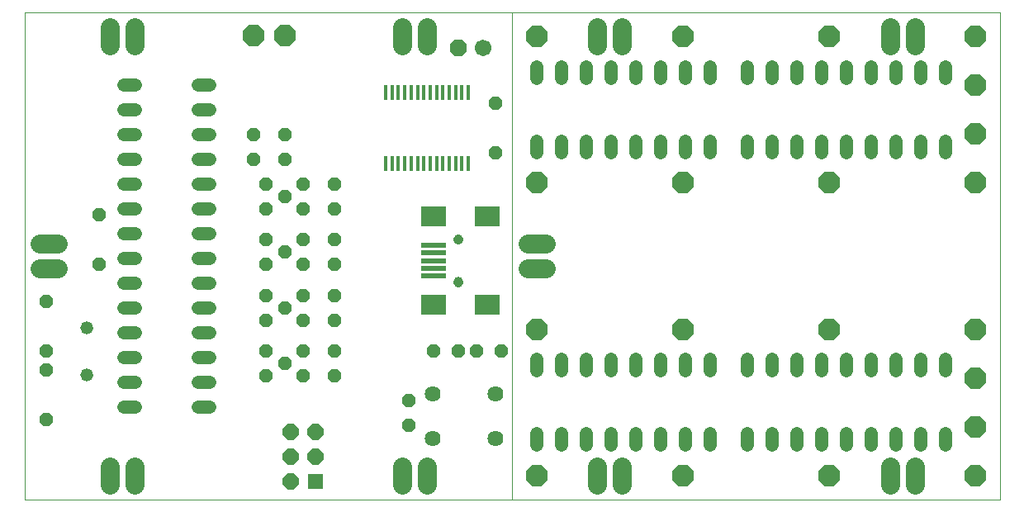
<source format=gts>
G75*
%MOIN*%
%OFA0B0*%
%FSLAX24Y24*%
%IPPOS*%
%LPD*%
%AMOC8*
5,1,8,0,0,1.08239X$1,22.5*
%
%ADD10C,0.0000*%
%ADD11C,0.0520*%
%ADD12R,0.0177X0.0590*%
%ADD13R,0.0640X0.0640*%
%ADD14OC8,0.0640*%
%ADD15OC8,0.0520*%
%ADD16C,0.0520*%
%ADD17R,0.1024X0.0237*%
%ADD18R,0.1024X0.0827*%
%ADD19C,0.0394*%
%ADD20OC8,0.0890*%
%ADD21OC8,0.0670*%
%ADD22C,0.0670*%
%ADD23C,0.0640*%
%ADD24C,0.0780*%
D10*
X000650Y000400D02*
X000650Y020085D01*
X020335Y020085D01*
X020335Y000400D01*
X040020Y000400D01*
X040020Y020085D01*
X020335Y020085D01*
X017973Y010924D02*
X017975Y010950D01*
X017981Y010976D01*
X017991Y011001D01*
X018004Y011024D01*
X018020Y011044D01*
X018040Y011062D01*
X018062Y011077D01*
X018085Y011089D01*
X018111Y011097D01*
X018137Y011101D01*
X018163Y011101D01*
X018189Y011097D01*
X018215Y011089D01*
X018239Y011077D01*
X018260Y011062D01*
X018280Y011044D01*
X018296Y011024D01*
X018309Y011001D01*
X018319Y010976D01*
X018325Y010950D01*
X018327Y010924D01*
X018325Y010898D01*
X018319Y010872D01*
X018309Y010847D01*
X018296Y010824D01*
X018280Y010804D01*
X018260Y010786D01*
X018238Y010771D01*
X018215Y010759D01*
X018189Y010751D01*
X018163Y010747D01*
X018137Y010747D01*
X018111Y010751D01*
X018085Y010759D01*
X018061Y010771D01*
X018040Y010786D01*
X018020Y010804D01*
X018004Y010824D01*
X017991Y010847D01*
X017981Y010872D01*
X017975Y010898D01*
X017973Y010924D01*
X017973Y009191D02*
X017975Y009217D01*
X017981Y009243D01*
X017991Y009268D01*
X018004Y009291D01*
X018020Y009311D01*
X018040Y009329D01*
X018062Y009344D01*
X018085Y009356D01*
X018111Y009364D01*
X018137Y009368D01*
X018163Y009368D01*
X018189Y009364D01*
X018215Y009356D01*
X018239Y009344D01*
X018260Y009329D01*
X018280Y009311D01*
X018296Y009291D01*
X018309Y009268D01*
X018319Y009243D01*
X018325Y009217D01*
X018327Y009191D01*
X018325Y009165D01*
X018319Y009139D01*
X018309Y009114D01*
X018296Y009091D01*
X018280Y009071D01*
X018260Y009053D01*
X018238Y009038D01*
X018215Y009026D01*
X018189Y009018D01*
X018163Y009014D01*
X018137Y009014D01*
X018111Y009018D01*
X018085Y009026D01*
X018061Y009038D01*
X018040Y009053D01*
X018020Y009071D01*
X018004Y009091D01*
X017991Y009114D01*
X017981Y009139D01*
X017975Y009165D01*
X017973Y009191D01*
X020335Y000400D02*
X000650Y000400D01*
D11*
X004660Y004150D02*
X005140Y004150D01*
X005140Y005150D02*
X004660Y005150D01*
X004660Y006150D02*
X005140Y006150D01*
X005140Y007150D02*
X004660Y007150D01*
X004660Y008150D02*
X005140Y008150D01*
X005140Y009150D02*
X004660Y009150D01*
X004660Y010150D02*
X005140Y010150D01*
X005140Y011150D02*
X004660Y011150D01*
X004660Y012150D02*
X005140Y012150D01*
X005140Y013150D02*
X004660Y013150D01*
X004660Y014150D02*
X005140Y014150D01*
X005140Y015150D02*
X004660Y015150D01*
X004660Y016150D02*
X005140Y016150D01*
X005140Y017150D02*
X004660Y017150D01*
X007660Y017150D02*
X008140Y017150D01*
X008140Y016150D02*
X007660Y016150D01*
X007660Y015150D02*
X008140Y015150D01*
X008140Y014150D02*
X007660Y014150D01*
X007660Y013150D02*
X008140Y013150D01*
X008140Y012150D02*
X007660Y012150D01*
X007660Y011150D02*
X008140Y011150D01*
X008140Y010150D02*
X007660Y010150D01*
X007660Y009150D02*
X008140Y009150D01*
X008140Y008150D02*
X007660Y008150D01*
X007660Y007150D02*
X008140Y007150D01*
X008140Y006150D02*
X007660Y006150D01*
X007660Y005150D02*
X008140Y005150D01*
X008140Y004150D02*
X007660Y004150D01*
X021335Y003077D02*
X021335Y002597D01*
X022335Y002597D02*
X022335Y003077D01*
X023335Y003077D02*
X023335Y002597D01*
X024335Y002597D02*
X024335Y003077D01*
X025335Y003077D02*
X025335Y002597D01*
X026335Y002597D02*
X026335Y003077D01*
X027335Y003077D02*
X027335Y002597D01*
X028335Y002597D02*
X028335Y003077D01*
X029835Y003077D02*
X029835Y002597D01*
X030835Y002597D02*
X030835Y003077D01*
X031835Y003077D02*
X031835Y002597D01*
X032835Y002597D02*
X032835Y003077D01*
X033835Y003077D02*
X033835Y002597D01*
X034835Y002597D02*
X034835Y003077D01*
X035835Y003077D02*
X035835Y002597D01*
X036835Y002597D02*
X036835Y003077D01*
X037835Y003077D02*
X037835Y002597D01*
X037835Y005597D02*
X037835Y006077D01*
X036835Y006077D02*
X036835Y005597D01*
X035835Y005597D02*
X035835Y006077D01*
X034835Y006077D02*
X034835Y005597D01*
X033835Y005597D02*
X033835Y006077D01*
X032835Y006077D02*
X032835Y005597D01*
X031835Y005597D02*
X031835Y006077D01*
X030835Y006077D02*
X030835Y005597D01*
X029835Y005597D02*
X029835Y006077D01*
X028335Y006077D02*
X028335Y005597D01*
X027335Y005597D02*
X027335Y006077D01*
X026335Y006077D02*
X026335Y005597D01*
X025335Y005597D02*
X025335Y006077D01*
X024335Y006077D02*
X024335Y005597D01*
X023335Y005597D02*
X023335Y006077D01*
X022335Y006077D02*
X022335Y005597D01*
X021335Y005597D02*
X021335Y006077D01*
X021335Y014408D02*
X021335Y014888D01*
X022335Y014888D02*
X022335Y014408D01*
X023335Y014408D02*
X023335Y014888D01*
X024335Y014888D02*
X024335Y014408D01*
X025335Y014408D02*
X025335Y014888D01*
X026335Y014888D02*
X026335Y014408D01*
X027335Y014408D02*
X027335Y014888D01*
X028335Y014888D02*
X028335Y014408D01*
X029819Y014408D02*
X029819Y014888D01*
X030819Y014888D02*
X030819Y014408D01*
X031819Y014408D02*
X031819Y014888D01*
X032819Y014888D02*
X032819Y014408D01*
X033819Y014408D02*
X033819Y014888D01*
X034819Y014888D02*
X034819Y014408D01*
X035819Y014408D02*
X035819Y014888D01*
X036819Y014888D02*
X036819Y014408D01*
X037819Y014408D02*
X037819Y014888D01*
X037819Y017408D02*
X037819Y017888D01*
X036819Y017888D02*
X036819Y017408D01*
X035819Y017408D02*
X035819Y017888D01*
X034819Y017888D02*
X034819Y017408D01*
X033819Y017408D02*
X033819Y017888D01*
X032819Y017888D02*
X032819Y017408D01*
X031819Y017408D02*
X031819Y017888D01*
X030819Y017888D02*
X030819Y017408D01*
X029819Y017408D02*
X029819Y017888D01*
X028335Y017888D02*
X028335Y017408D01*
X027335Y017408D02*
X027335Y017888D01*
X026335Y017888D02*
X026335Y017408D01*
X025335Y017408D02*
X025335Y017888D01*
X024335Y017888D02*
X024335Y017408D01*
X023335Y017408D02*
X023335Y017888D01*
X022335Y017888D02*
X022335Y017408D01*
X021335Y017408D02*
X021335Y017888D01*
D12*
X018563Y016839D03*
X018307Y016839D03*
X018052Y016839D03*
X017796Y016839D03*
X017540Y016839D03*
X017284Y016839D03*
X017028Y016839D03*
X016772Y016839D03*
X016516Y016839D03*
X016260Y016839D03*
X016004Y016839D03*
X015748Y016839D03*
X015493Y016839D03*
X015237Y016839D03*
X015237Y013961D03*
X015493Y013961D03*
X015748Y013961D03*
X016004Y013961D03*
X016260Y013961D03*
X016516Y013961D03*
X016772Y013961D03*
X017028Y013961D03*
X017284Y013961D03*
X017540Y013961D03*
X017796Y013961D03*
X018052Y013961D03*
X018307Y013961D03*
X018563Y013961D03*
D13*
X012400Y001150D03*
D14*
X011400Y001150D03*
X011400Y002150D03*
X012400Y002150D03*
X012400Y003150D03*
X011400Y003150D03*
D15*
X011900Y005400D03*
X011150Y005900D03*
X010400Y005400D03*
X010400Y006400D03*
X011900Y006400D03*
X013150Y006400D03*
X013150Y005400D03*
X016150Y004400D03*
X016150Y003400D03*
X017150Y006404D03*
X018150Y006404D03*
X018900Y006404D03*
X019900Y006404D03*
X013150Y007650D03*
X011900Y007650D03*
X011150Y008150D03*
X010400Y007650D03*
X010400Y008650D03*
X011900Y008650D03*
X013150Y008650D03*
X013150Y009900D03*
X011900Y009900D03*
X011150Y010400D03*
X010400Y009900D03*
X010400Y010900D03*
X011900Y010900D03*
X013150Y010900D03*
X013150Y012150D03*
X011900Y012150D03*
X011150Y012650D03*
X010400Y012150D03*
X010400Y013150D03*
X011900Y013150D03*
X013150Y013150D03*
X011150Y014150D03*
X009900Y014150D03*
X009900Y015150D03*
X011150Y015150D03*
X003650Y011900D03*
X003650Y009900D03*
X001525Y008400D03*
X001525Y006400D03*
X001525Y005650D03*
X001525Y003650D03*
X019650Y014400D03*
X019650Y016400D03*
D16*
X003150Y007350D03*
X003150Y005450D03*
D17*
X017166Y009428D03*
X017166Y009743D03*
X017166Y010057D03*
X017166Y010372D03*
X017166Y010687D03*
D18*
X017166Y011829D03*
X019331Y011829D03*
X019331Y008286D03*
X017166Y008286D03*
D19*
X018150Y009191D03*
X018150Y010924D03*
D20*
X021319Y013195D03*
X027225Y013195D03*
X033130Y013195D03*
X039036Y013195D03*
X039036Y015164D03*
X039036Y017132D03*
X039036Y019101D03*
X033130Y019101D03*
X027225Y019101D03*
X021319Y019101D03*
X011150Y019150D03*
X009900Y019150D03*
X021319Y007290D03*
X027225Y007290D03*
X033130Y007290D03*
X039036Y007290D03*
X039036Y005321D03*
X039036Y003353D03*
X039036Y001384D03*
X033130Y001384D03*
X027225Y001384D03*
X021319Y001384D03*
D21*
X018150Y018650D03*
D22*
X019150Y018650D03*
D23*
X019680Y004665D03*
X017120Y004665D03*
X017120Y002885D03*
X019680Y002885D03*
D24*
X016898Y001754D02*
X016898Y001014D01*
X015898Y001014D02*
X015898Y001754D01*
X023772Y001754D02*
X023772Y001014D01*
X024772Y001014D02*
X024772Y001754D01*
X035583Y001754D02*
X035583Y001014D01*
X036583Y001014D02*
X036583Y001754D01*
X021689Y009743D02*
X020949Y009743D01*
X020949Y010743D02*
X021689Y010743D01*
X023772Y018731D02*
X023772Y019471D01*
X024772Y019471D02*
X024772Y018731D01*
X016898Y018731D02*
X016898Y019471D01*
X015898Y019471D02*
X015898Y018731D01*
X005087Y018731D02*
X005087Y019471D01*
X004087Y019471D02*
X004087Y018731D01*
X002004Y010743D02*
X001264Y010743D01*
X001264Y009743D02*
X002004Y009743D01*
X004087Y001754D02*
X004087Y001014D01*
X005087Y001014D02*
X005087Y001754D01*
X035583Y018731D02*
X035583Y019471D01*
X036583Y019471D02*
X036583Y018731D01*
M02*

</source>
